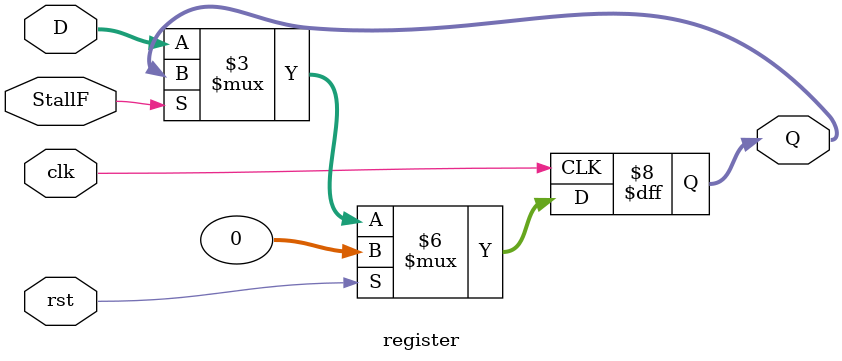
<source format=v>
`timescale 1ns / 1ps

module register(input [31:0] D, input clk,
input rst, input StallF,output reg [31:0] Q);
 always @(posedge clk)
 if (rst)
 begin
 Q <= 32'b00;
 end 
 else if(!StallF)
 begin
 Q <= D;
 end
endmodule
</source>
